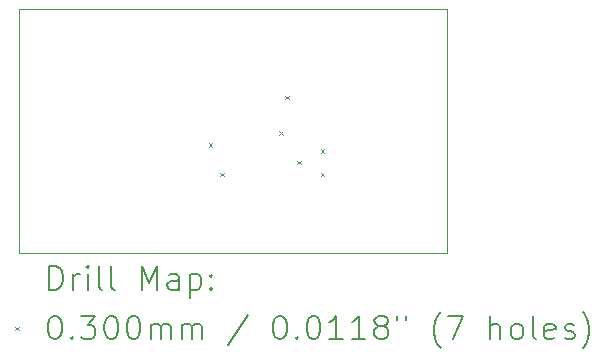
<source format=gbr>
%TF.GenerationSoftware,KiCad,Pcbnew,9.0.4*%
%TF.CreationDate,2025-11-06T19:48:34-05:00*%
%TF.ProjectId,TC_shuwen,54435f73-6875-4776-956e-2e6b69636164,rev?*%
%TF.SameCoordinates,Original*%
%TF.FileFunction,Drillmap*%
%TF.FilePolarity,Positive*%
%FSLAX45Y45*%
G04 Gerber Fmt 4.5, Leading zero omitted, Abs format (unit mm)*
G04 Created by KiCad (PCBNEW 9.0.4) date 2025-11-06 19:48:34*
%MOMM*%
%LPD*%
G01*
G04 APERTURE LIST*
%ADD10C,0.050000*%
%ADD11C,0.200000*%
%ADD12C,0.100000*%
G04 APERTURE END LIST*
D10*
X11409680Y-7142480D02*
X11409680Y-6832600D01*
X11430000Y-6832600D02*
X15031720Y-6832600D01*
X15031720Y-6832600D02*
X15031720Y-8895080D01*
X11409680Y-8895080D02*
X11409680Y-7142480D01*
X11409680Y-6832600D02*
X11430000Y-6832600D01*
X15031720Y-8895080D02*
X11409680Y-8895080D01*
D11*
D12*
X13016300Y-7968560D02*
X13046300Y-7998560D01*
X13046300Y-7968560D02*
X13016300Y-7998560D01*
X13116300Y-8218560D02*
X13146300Y-8248560D01*
X13146300Y-8218560D02*
X13116300Y-8248560D01*
X13616300Y-7868560D02*
X13646300Y-7898560D01*
X13646300Y-7868560D02*
X13616300Y-7898560D01*
X13666300Y-7568560D02*
X13696300Y-7598560D01*
X13696300Y-7568560D02*
X13666300Y-7598560D01*
X13766300Y-8118560D02*
X13796300Y-8148560D01*
X13796300Y-8118560D02*
X13766300Y-8148560D01*
X13966300Y-8018560D02*
X13996300Y-8048560D01*
X13996300Y-8018560D02*
X13966300Y-8048560D01*
X13966300Y-8218560D02*
X13996300Y-8248560D01*
X13996300Y-8218560D02*
X13966300Y-8248560D01*
D11*
X11667957Y-9209064D02*
X11667957Y-9009064D01*
X11667957Y-9009064D02*
X11715576Y-9009064D01*
X11715576Y-9009064D02*
X11744147Y-9018588D01*
X11744147Y-9018588D02*
X11763195Y-9037635D01*
X11763195Y-9037635D02*
X11772719Y-9056683D01*
X11772719Y-9056683D02*
X11782242Y-9094778D01*
X11782242Y-9094778D02*
X11782242Y-9123350D01*
X11782242Y-9123350D02*
X11772719Y-9161445D01*
X11772719Y-9161445D02*
X11763195Y-9180492D01*
X11763195Y-9180492D02*
X11744147Y-9199540D01*
X11744147Y-9199540D02*
X11715576Y-9209064D01*
X11715576Y-9209064D02*
X11667957Y-9209064D01*
X11867957Y-9209064D02*
X11867957Y-9075730D01*
X11867957Y-9113826D02*
X11877481Y-9094778D01*
X11877481Y-9094778D02*
X11887004Y-9085254D01*
X11887004Y-9085254D02*
X11906052Y-9075730D01*
X11906052Y-9075730D02*
X11925100Y-9075730D01*
X11991766Y-9209064D02*
X11991766Y-9075730D01*
X11991766Y-9009064D02*
X11982242Y-9018588D01*
X11982242Y-9018588D02*
X11991766Y-9028111D01*
X11991766Y-9028111D02*
X12001290Y-9018588D01*
X12001290Y-9018588D02*
X11991766Y-9009064D01*
X11991766Y-9009064D02*
X11991766Y-9028111D01*
X12115576Y-9209064D02*
X12096528Y-9199540D01*
X12096528Y-9199540D02*
X12087004Y-9180492D01*
X12087004Y-9180492D02*
X12087004Y-9009064D01*
X12220338Y-9209064D02*
X12201290Y-9199540D01*
X12201290Y-9199540D02*
X12191766Y-9180492D01*
X12191766Y-9180492D02*
X12191766Y-9009064D01*
X12448909Y-9209064D02*
X12448909Y-9009064D01*
X12448909Y-9009064D02*
X12515576Y-9151921D01*
X12515576Y-9151921D02*
X12582242Y-9009064D01*
X12582242Y-9009064D02*
X12582242Y-9209064D01*
X12763195Y-9209064D02*
X12763195Y-9104302D01*
X12763195Y-9104302D02*
X12753671Y-9085254D01*
X12753671Y-9085254D02*
X12734623Y-9075730D01*
X12734623Y-9075730D02*
X12696528Y-9075730D01*
X12696528Y-9075730D02*
X12677481Y-9085254D01*
X12763195Y-9199540D02*
X12744147Y-9209064D01*
X12744147Y-9209064D02*
X12696528Y-9209064D01*
X12696528Y-9209064D02*
X12677481Y-9199540D01*
X12677481Y-9199540D02*
X12667957Y-9180492D01*
X12667957Y-9180492D02*
X12667957Y-9161445D01*
X12667957Y-9161445D02*
X12677481Y-9142397D01*
X12677481Y-9142397D02*
X12696528Y-9132873D01*
X12696528Y-9132873D02*
X12744147Y-9132873D01*
X12744147Y-9132873D02*
X12763195Y-9123350D01*
X12858433Y-9075730D02*
X12858433Y-9275730D01*
X12858433Y-9085254D02*
X12877481Y-9075730D01*
X12877481Y-9075730D02*
X12915576Y-9075730D01*
X12915576Y-9075730D02*
X12934623Y-9085254D01*
X12934623Y-9085254D02*
X12944147Y-9094778D01*
X12944147Y-9094778D02*
X12953671Y-9113826D01*
X12953671Y-9113826D02*
X12953671Y-9170969D01*
X12953671Y-9170969D02*
X12944147Y-9190016D01*
X12944147Y-9190016D02*
X12934623Y-9199540D01*
X12934623Y-9199540D02*
X12915576Y-9209064D01*
X12915576Y-9209064D02*
X12877481Y-9209064D01*
X12877481Y-9209064D02*
X12858433Y-9199540D01*
X13039385Y-9190016D02*
X13048909Y-9199540D01*
X13048909Y-9199540D02*
X13039385Y-9209064D01*
X13039385Y-9209064D02*
X13029862Y-9199540D01*
X13029862Y-9199540D02*
X13039385Y-9190016D01*
X13039385Y-9190016D02*
X13039385Y-9209064D01*
X13039385Y-9085254D02*
X13048909Y-9094778D01*
X13048909Y-9094778D02*
X13039385Y-9104302D01*
X13039385Y-9104302D02*
X13029862Y-9094778D01*
X13029862Y-9094778D02*
X13039385Y-9085254D01*
X13039385Y-9085254D02*
X13039385Y-9104302D01*
D12*
X11377180Y-9522580D02*
X11407180Y-9552580D01*
X11407180Y-9522580D02*
X11377180Y-9552580D01*
D11*
X11706052Y-9429064D02*
X11725100Y-9429064D01*
X11725100Y-9429064D02*
X11744147Y-9438588D01*
X11744147Y-9438588D02*
X11753671Y-9448111D01*
X11753671Y-9448111D02*
X11763195Y-9467159D01*
X11763195Y-9467159D02*
X11772719Y-9505254D01*
X11772719Y-9505254D02*
X11772719Y-9552873D01*
X11772719Y-9552873D02*
X11763195Y-9590969D01*
X11763195Y-9590969D02*
X11753671Y-9610016D01*
X11753671Y-9610016D02*
X11744147Y-9619540D01*
X11744147Y-9619540D02*
X11725100Y-9629064D01*
X11725100Y-9629064D02*
X11706052Y-9629064D01*
X11706052Y-9629064D02*
X11687004Y-9619540D01*
X11687004Y-9619540D02*
X11677481Y-9610016D01*
X11677481Y-9610016D02*
X11667957Y-9590969D01*
X11667957Y-9590969D02*
X11658433Y-9552873D01*
X11658433Y-9552873D02*
X11658433Y-9505254D01*
X11658433Y-9505254D02*
X11667957Y-9467159D01*
X11667957Y-9467159D02*
X11677481Y-9448111D01*
X11677481Y-9448111D02*
X11687004Y-9438588D01*
X11687004Y-9438588D02*
X11706052Y-9429064D01*
X11858433Y-9610016D02*
X11867957Y-9619540D01*
X11867957Y-9619540D02*
X11858433Y-9629064D01*
X11858433Y-9629064D02*
X11848909Y-9619540D01*
X11848909Y-9619540D02*
X11858433Y-9610016D01*
X11858433Y-9610016D02*
X11858433Y-9629064D01*
X11934623Y-9429064D02*
X12058433Y-9429064D01*
X12058433Y-9429064D02*
X11991766Y-9505254D01*
X11991766Y-9505254D02*
X12020338Y-9505254D01*
X12020338Y-9505254D02*
X12039385Y-9514778D01*
X12039385Y-9514778D02*
X12048909Y-9524302D01*
X12048909Y-9524302D02*
X12058433Y-9543350D01*
X12058433Y-9543350D02*
X12058433Y-9590969D01*
X12058433Y-9590969D02*
X12048909Y-9610016D01*
X12048909Y-9610016D02*
X12039385Y-9619540D01*
X12039385Y-9619540D02*
X12020338Y-9629064D01*
X12020338Y-9629064D02*
X11963195Y-9629064D01*
X11963195Y-9629064D02*
X11944147Y-9619540D01*
X11944147Y-9619540D02*
X11934623Y-9610016D01*
X12182242Y-9429064D02*
X12201290Y-9429064D01*
X12201290Y-9429064D02*
X12220338Y-9438588D01*
X12220338Y-9438588D02*
X12229862Y-9448111D01*
X12229862Y-9448111D02*
X12239385Y-9467159D01*
X12239385Y-9467159D02*
X12248909Y-9505254D01*
X12248909Y-9505254D02*
X12248909Y-9552873D01*
X12248909Y-9552873D02*
X12239385Y-9590969D01*
X12239385Y-9590969D02*
X12229862Y-9610016D01*
X12229862Y-9610016D02*
X12220338Y-9619540D01*
X12220338Y-9619540D02*
X12201290Y-9629064D01*
X12201290Y-9629064D02*
X12182242Y-9629064D01*
X12182242Y-9629064D02*
X12163195Y-9619540D01*
X12163195Y-9619540D02*
X12153671Y-9610016D01*
X12153671Y-9610016D02*
X12144147Y-9590969D01*
X12144147Y-9590969D02*
X12134623Y-9552873D01*
X12134623Y-9552873D02*
X12134623Y-9505254D01*
X12134623Y-9505254D02*
X12144147Y-9467159D01*
X12144147Y-9467159D02*
X12153671Y-9448111D01*
X12153671Y-9448111D02*
X12163195Y-9438588D01*
X12163195Y-9438588D02*
X12182242Y-9429064D01*
X12372719Y-9429064D02*
X12391766Y-9429064D01*
X12391766Y-9429064D02*
X12410814Y-9438588D01*
X12410814Y-9438588D02*
X12420338Y-9448111D01*
X12420338Y-9448111D02*
X12429862Y-9467159D01*
X12429862Y-9467159D02*
X12439385Y-9505254D01*
X12439385Y-9505254D02*
X12439385Y-9552873D01*
X12439385Y-9552873D02*
X12429862Y-9590969D01*
X12429862Y-9590969D02*
X12420338Y-9610016D01*
X12420338Y-9610016D02*
X12410814Y-9619540D01*
X12410814Y-9619540D02*
X12391766Y-9629064D01*
X12391766Y-9629064D02*
X12372719Y-9629064D01*
X12372719Y-9629064D02*
X12353671Y-9619540D01*
X12353671Y-9619540D02*
X12344147Y-9610016D01*
X12344147Y-9610016D02*
X12334623Y-9590969D01*
X12334623Y-9590969D02*
X12325100Y-9552873D01*
X12325100Y-9552873D02*
X12325100Y-9505254D01*
X12325100Y-9505254D02*
X12334623Y-9467159D01*
X12334623Y-9467159D02*
X12344147Y-9448111D01*
X12344147Y-9448111D02*
X12353671Y-9438588D01*
X12353671Y-9438588D02*
X12372719Y-9429064D01*
X12525100Y-9629064D02*
X12525100Y-9495730D01*
X12525100Y-9514778D02*
X12534623Y-9505254D01*
X12534623Y-9505254D02*
X12553671Y-9495730D01*
X12553671Y-9495730D02*
X12582243Y-9495730D01*
X12582243Y-9495730D02*
X12601290Y-9505254D01*
X12601290Y-9505254D02*
X12610814Y-9524302D01*
X12610814Y-9524302D02*
X12610814Y-9629064D01*
X12610814Y-9524302D02*
X12620338Y-9505254D01*
X12620338Y-9505254D02*
X12639385Y-9495730D01*
X12639385Y-9495730D02*
X12667957Y-9495730D01*
X12667957Y-9495730D02*
X12687004Y-9505254D01*
X12687004Y-9505254D02*
X12696528Y-9524302D01*
X12696528Y-9524302D02*
X12696528Y-9629064D01*
X12791766Y-9629064D02*
X12791766Y-9495730D01*
X12791766Y-9514778D02*
X12801290Y-9505254D01*
X12801290Y-9505254D02*
X12820338Y-9495730D01*
X12820338Y-9495730D02*
X12848909Y-9495730D01*
X12848909Y-9495730D02*
X12867957Y-9505254D01*
X12867957Y-9505254D02*
X12877481Y-9524302D01*
X12877481Y-9524302D02*
X12877481Y-9629064D01*
X12877481Y-9524302D02*
X12887004Y-9505254D01*
X12887004Y-9505254D02*
X12906052Y-9495730D01*
X12906052Y-9495730D02*
X12934623Y-9495730D01*
X12934623Y-9495730D02*
X12953671Y-9505254D01*
X12953671Y-9505254D02*
X12963195Y-9524302D01*
X12963195Y-9524302D02*
X12963195Y-9629064D01*
X13353671Y-9419540D02*
X13182243Y-9676683D01*
X13610814Y-9429064D02*
X13629862Y-9429064D01*
X13629862Y-9429064D02*
X13648909Y-9438588D01*
X13648909Y-9438588D02*
X13658433Y-9448111D01*
X13658433Y-9448111D02*
X13667957Y-9467159D01*
X13667957Y-9467159D02*
X13677481Y-9505254D01*
X13677481Y-9505254D02*
X13677481Y-9552873D01*
X13677481Y-9552873D02*
X13667957Y-9590969D01*
X13667957Y-9590969D02*
X13658433Y-9610016D01*
X13658433Y-9610016D02*
X13648909Y-9619540D01*
X13648909Y-9619540D02*
X13629862Y-9629064D01*
X13629862Y-9629064D02*
X13610814Y-9629064D01*
X13610814Y-9629064D02*
X13591766Y-9619540D01*
X13591766Y-9619540D02*
X13582243Y-9610016D01*
X13582243Y-9610016D02*
X13572719Y-9590969D01*
X13572719Y-9590969D02*
X13563195Y-9552873D01*
X13563195Y-9552873D02*
X13563195Y-9505254D01*
X13563195Y-9505254D02*
X13572719Y-9467159D01*
X13572719Y-9467159D02*
X13582243Y-9448111D01*
X13582243Y-9448111D02*
X13591766Y-9438588D01*
X13591766Y-9438588D02*
X13610814Y-9429064D01*
X13763195Y-9610016D02*
X13772719Y-9619540D01*
X13772719Y-9619540D02*
X13763195Y-9629064D01*
X13763195Y-9629064D02*
X13753671Y-9619540D01*
X13753671Y-9619540D02*
X13763195Y-9610016D01*
X13763195Y-9610016D02*
X13763195Y-9629064D01*
X13896528Y-9429064D02*
X13915576Y-9429064D01*
X13915576Y-9429064D02*
X13934624Y-9438588D01*
X13934624Y-9438588D02*
X13944147Y-9448111D01*
X13944147Y-9448111D02*
X13953671Y-9467159D01*
X13953671Y-9467159D02*
X13963195Y-9505254D01*
X13963195Y-9505254D02*
X13963195Y-9552873D01*
X13963195Y-9552873D02*
X13953671Y-9590969D01*
X13953671Y-9590969D02*
X13944147Y-9610016D01*
X13944147Y-9610016D02*
X13934624Y-9619540D01*
X13934624Y-9619540D02*
X13915576Y-9629064D01*
X13915576Y-9629064D02*
X13896528Y-9629064D01*
X13896528Y-9629064D02*
X13877481Y-9619540D01*
X13877481Y-9619540D02*
X13867957Y-9610016D01*
X13867957Y-9610016D02*
X13858433Y-9590969D01*
X13858433Y-9590969D02*
X13848909Y-9552873D01*
X13848909Y-9552873D02*
X13848909Y-9505254D01*
X13848909Y-9505254D02*
X13858433Y-9467159D01*
X13858433Y-9467159D02*
X13867957Y-9448111D01*
X13867957Y-9448111D02*
X13877481Y-9438588D01*
X13877481Y-9438588D02*
X13896528Y-9429064D01*
X14153671Y-9629064D02*
X14039386Y-9629064D01*
X14096528Y-9629064D02*
X14096528Y-9429064D01*
X14096528Y-9429064D02*
X14077481Y-9457635D01*
X14077481Y-9457635D02*
X14058433Y-9476683D01*
X14058433Y-9476683D02*
X14039386Y-9486207D01*
X14344147Y-9629064D02*
X14229862Y-9629064D01*
X14287005Y-9629064D02*
X14287005Y-9429064D01*
X14287005Y-9429064D02*
X14267957Y-9457635D01*
X14267957Y-9457635D02*
X14248909Y-9476683D01*
X14248909Y-9476683D02*
X14229862Y-9486207D01*
X14458433Y-9514778D02*
X14439386Y-9505254D01*
X14439386Y-9505254D02*
X14429862Y-9495730D01*
X14429862Y-9495730D02*
X14420338Y-9476683D01*
X14420338Y-9476683D02*
X14420338Y-9467159D01*
X14420338Y-9467159D02*
X14429862Y-9448111D01*
X14429862Y-9448111D02*
X14439386Y-9438588D01*
X14439386Y-9438588D02*
X14458433Y-9429064D01*
X14458433Y-9429064D02*
X14496528Y-9429064D01*
X14496528Y-9429064D02*
X14515576Y-9438588D01*
X14515576Y-9438588D02*
X14525100Y-9448111D01*
X14525100Y-9448111D02*
X14534624Y-9467159D01*
X14534624Y-9467159D02*
X14534624Y-9476683D01*
X14534624Y-9476683D02*
X14525100Y-9495730D01*
X14525100Y-9495730D02*
X14515576Y-9505254D01*
X14515576Y-9505254D02*
X14496528Y-9514778D01*
X14496528Y-9514778D02*
X14458433Y-9514778D01*
X14458433Y-9514778D02*
X14439386Y-9524302D01*
X14439386Y-9524302D02*
X14429862Y-9533826D01*
X14429862Y-9533826D02*
X14420338Y-9552873D01*
X14420338Y-9552873D02*
X14420338Y-9590969D01*
X14420338Y-9590969D02*
X14429862Y-9610016D01*
X14429862Y-9610016D02*
X14439386Y-9619540D01*
X14439386Y-9619540D02*
X14458433Y-9629064D01*
X14458433Y-9629064D02*
X14496528Y-9629064D01*
X14496528Y-9629064D02*
X14515576Y-9619540D01*
X14515576Y-9619540D02*
X14525100Y-9610016D01*
X14525100Y-9610016D02*
X14534624Y-9590969D01*
X14534624Y-9590969D02*
X14534624Y-9552873D01*
X14534624Y-9552873D02*
X14525100Y-9533826D01*
X14525100Y-9533826D02*
X14515576Y-9524302D01*
X14515576Y-9524302D02*
X14496528Y-9514778D01*
X14610814Y-9429064D02*
X14610814Y-9467159D01*
X14687005Y-9429064D02*
X14687005Y-9467159D01*
X14982243Y-9705254D02*
X14972719Y-9695730D01*
X14972719Y-9695730D02*
X14953671Y-9667159D01*
X14953671Y-9667159D02*
X14944148Y-9648111D01*
X14944148Y-9648111D02*
X14934624Y-9619540D01*
X14934624Y-9619540D02*
X14925100Y-9571921D01*
X14925100Y-9571921D02*
X14925100Y-9533826D01*
X14925100Y-9533826D02*
X14934624Y-9486207D01*
X14934624Y-9486207D02*
X14944148Y-9457635D01*
X14944148Y-9457635D02*
X14953671Y-9438588D01*
X14953671Y-9438588D02*
X14972719Y-9410016D01*
X14972719Y-9410016D02*
X14982243Y-9400492D01*
X15039386Y-9429064D02*
X15172719Y-9429064D01*
X15172719Y-9429064D02*
X15087005Y-9629064D01*
X15401290Y-9629064D02*
X15401290Y-9429064D01*
X15487005Y-9629064D02*
X15487005Y-9524302D01*
X15487005Y-9524302D02*
X15477481Y-9505254D01*
X15477481Y-9505254D02*
X15458433Y-9495730D01*
X15458433Y-9495730D02*
X15429862Y-9495730D01*
X15429862Y-9495730D02*
X15410814Y-9505254D01*
X15410814Y-9505254D02*
X15401290Y-9514778D01*
X15610814Y-9629064D02*
X15591767Y-9619540D01*
X15591767Y-9619540D02*
X15582243Y-9610016D01*
X15582243Y-9610016D02*
X15572719Y-9590969D01*
X15572719Y-9590969D02*
X15572719Y-9533826D01*
X15572719Y-9533826D02*
X15582243Y-9514778D01*
X15582243Y-9514778D02*
X15591767Y-9505254D01*
X15591767Y-9505254D02*
X15610814Y-9495730D01*
X15610814Y-9495730D02*
X15639386Y-9495730D01*
X15639386Y-9495730D02*
X15658433Y-9505254D01*
X15658433Y-9505254D02*
X15667957Y-9514778D01*
X15667957Y-9514778D02*
X15677481Y-9533826D01*
X15677481Y-9533826D02*
X15677481Y-9590969D01*
X15677481Y-9590969D02*
X15667957Y-9610016D01*
X15667957Y-9610016D02*
X15658433Y-9619540D01*
X15658433Y-9619540D02*
X15639386Y-9629064D01*
X15639386Y-9629064D02*
X15610814Y-9629064D01*
X15791767Y-9629064D02*
X15772719Y-9619540D01*
X15772719Y-9619540D02*
X15763195Y-9600492D01*
X15763195Y-9600492D02*
X15763195Y-9429064D01*
X15944148Y-9619540D02*
X15925100Y-9629064D01*
X15925100Y-9629064D02*
X15887005Y-9629064D01*
X15887005Y-9629064D02*
X15867957Y-9619540D01*
X15867957Y-9619540D02*
X15858433Y-9600492D01*
X15858433Y-9600492D02*
X15858433Y-9524302D01*
X15858433Y-9524302D02*
X15867957Y-9505254D01*
X15867957Y-9505254D02*
X15887005Y-9495730D01*
X15887005Y-9495730D02*
X15925100Y-9495730D01*
X15925100Y-9495730D02*
X15944148Y-9505254D01*
X15944148Y-9505254D02*
X15953671Y-9524302D01*
X15953671Y-9524302D02*
X15953671Y-9543350D01*
X15953671Y-9543350D02*
X15858433Y-9562397D01*
X16029862Y-9619540D02*
X16048910Y-9629064D01*
X16048910Y-9629064D02*
X16087005Y-9629064D01*
X16087005Y-9629064D02*
X16106052Y-9619540D01*
X16106052Y-9619540D02*
X16115576Y-9600492D01*
X16115576Y-9600492D02*
X16115576Y-9590969D01*
X16115576Y-9590969D02*
X16106052Y-9571921D01*
X16106052Y-9571921D02*
X16087005Y-9562397D01*
X16087005Y-9562397D02*
X16058433Y-9562397D01*
X16058433Y-9562397D02*
X16039386Y-9552873D01*
X16039386Y-9552873D02*
X16029862Y-9533826D01*
X16029862Y-9533826D02*
X16029862Y-9524302D01*
X16029862Y-9524302D02*
X16039386Y-9505254D01*
X16039386Y-9505254D02*
X16058433Y-9495730D01*
X16058433Y-9495730D02*
X16087005Y-9495730D01*
X16087005Y-9495730D02*
X16106052Y-9505254D01*
X16182243Y-9705254D02*
X16191767Y-9695730D01*
X16191767Y-9695730D02*
X16210814Y-9667159D01*
X16210814Y-9667159D02*
X16220338Y-9648111D01*
X16220338Y-9648111D02*
X16229862Y-9619540D01*
X16229862Y-9619540D02*
X16239386Y-9571921D01*
X16239386Y-9571921D02*
X16239386Y-9533826D01*
X16239386Y-9533826D02*
X16229862Y-9486207D01*
X16229862Y-9486207D02*
X16220338Y-9457635D01*
X16220338Y-9457635D02*
X16210814Y-9438588D01*
X16210814Y-9438588D02*
X16191767Y-9410016D01*
X16191767Y-9410016D02*
X16182243Y-9400492D01*
M02*

</source>
